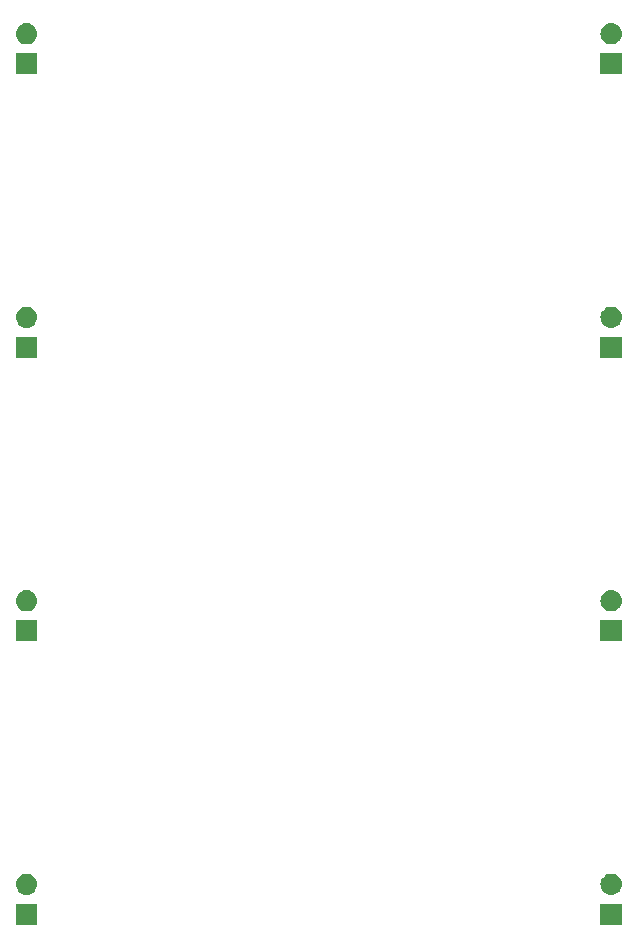
<source format=gbs>
G04 #@! TF.GenerationSoftware,KiCad,Pcbnew,5.1.4*
G04 #@! TF.CreationDate,2019-11-06T22:36:36+09:00*
G04 #@! TF.ProjectId,computerScienceExperience2,636f6d70-7574-4657-9253-6369656e6365,rev?*
G04 #@! TF.SameCoordinates,Original*
G04 #@! TF.FileFunction,Soldermask,Bot*
G04 #@! TF.FilePolarity,Negative*
%FSLAX46Y46*%
G04 Gerber Fmt 4.6, Leading zero omitted, Abs format (unit mm)*
G04 Created by KiCad (PCBNEW 5.1.4) date 2019-11-06 22:36:36*
%MOMM*%
%LPD*%
G04 APERTURE LIST*
%ADD10C,0.100000*%
G04 APERTURE END LIST*
D10*
G36*
X105401000Y-135901000D02*
G01*
X103599000Y-135901000D01*
X103599000Y-134099000D01*
X105401000Y-134099000D01*
X105401000Y-135901000D01*
X105401000Y-135901000D01*
G37*
G36*
X154901000Y-135901000D02*
G01*
X153099000Y-135901000D01*
X153099000Y-134099000D01*
X154901000Y-134099000D01*
X154901000Y-135901000D01*
X154901000Y-135901000D01*
G37*
G36*
X104610443Y-131565519D02*
G01*
X104676627Y-131572037D01*
X104846466Y-131623557D01*
X105002991Y-131707222D01*
X105038729Y-131736552D01*
X105140186Y-131819814D01*
X105223448Y-131921271D01*
X105252778Y-131957009D01*
X105336443Y-132113534D01*
X105387963Y-132283373D01*
X105405359Y-132460000D01*
X105387963Y-132636627D01*
X105336443Y-132806466D01*
X105252778Y-132962991D01*
X105223448Y-132998729D01*
X105140186Y-133100186D01*
X105038729Y-133183448D01*
X105002991Y-133212778D01*
X104846466Y-133296443D01*
X104676627Y-133347963D01*
X104610443Y-133354481D01*
X104544260Y-133361000D01*
X104455740Y-133361000D01*
X104389557Y-133354481D01*
X104323373Y-133347963D01*
X104153534Y-133296443D01*
X103997009Y-133212778D01*
X103961271Y-133183448D01*
X103859814Y-133100186D01*
X103776552Y-132998729D01*
X103747222Y-132962991D01*
X103663557Y-132806466D01*
X103612037Y-132636627D01*
X103594641Y-132460000D01*
X103612037Y-132283373D01*
X103663557Y-132113534D01*
X103747222Y-131957009D01*
X103776552Y-131921271D01*
X103859814Y-131819814D01*
X103961271Y-131736552D01*
X103997009Y-131707222D01*
X104153534Y-131623557D01*
X104323373Y-131572037D01*
X104389557Y-131565519D01*
X104455740Y-131559000D01*
X104544260Y-131559000D01*
X104610443Y-131565519D01*
X104610443Y-131565519D01*
G37*
G36*
X154110443Y-131565519D02*
G01*
X154176627Y-131572037D01*
X154346466Y-131623557D01*
X154502991Y-131707222D01*
X154538729Y-131736552D01*
X154640186Y-131819814D01*
X154723448Y-131921271D01*
X154752778Y-131957009D01*
X154836443Y-132113534D01*
X154887963Y-132283373D01*
X154905359Y-132460000D01*
X154887963Y-132636627D01*
X154836443Y-132806466D01*
X154752778Y-132962991D01*
X154723448Y-132998729D01*
X154640186Y-133100186D01*
X154538729Y-133183448D01*
X154502991Y-133212778D01*
X154346466Y-133296443D01*
X154176627Y-133347963D01*
X154110443Y-133354481D01*
X154044260Y-133361000D01*
X153955740Y-133361000D01*
X153889557Y-133354481D01*
X153823373Y-133347963D01*
X153653534Y-133296443D01*
X153497009Y-133212778D01*
X153461271Y-133183448D01*
X153359814Y-133100186D01*
X153276552Y-132998729D01*
X153247222Y-132962991D01*
X153163557Y-132806466D01*
X153112037Y-132636627D01*
X153094641Y-132460000D01*
X153112037Y-132283373D01*
X153163557Y-132113534D01*
X153247222Y-131957009D01*
X153276552Y-131921271D01*
X153359814Y-131819814D01*
X153461271Y-131736552D01*
X153497009Y-131707222D01*
X153653534Y-131623557D01*
X153823373Y-131572037D01*
X153889557Y-131565519D01*
X153955740Y-131559000D01*
X154044260Y-131559000D01*
X154110443Y-131565519D01*
X154110443Y-131565519D01*
G37*
G36*
X105401000Y-111901000D02*
G01*
X103599000Y-111901000D01*
X103599000Y-110099000D01*
X105401000Y-110099000D01*
X105401000Y-111901000D01*
X105401000Y-111901000D01*
G37*
G36*
X154901000Y-111901000D02*
G01*
X153099000Y-111901000D01*
X153099000Y-110099000D01*
X154901000Y-110099000D01*
X154901000Y-111901000D01*
X154901000Y-111901000D01*
G37*
G36*
X104610443Y-107565519D02*
G01*
X104676627Y-107572037D01*
X104846466Y-107623557D01*
X105002991Y-107707222D01*
X105038729Y-107736552D01*
X105140186Y-107819814D01*
X105223448Y-107921271D01*
X105252778Y-107957009D01*
X105336443Y-108113534D01*
X105387963Y-108283373D01*
X105405359Y-108460000D01*
X105387963Y-108636627D01*
X105336443Y-108806466D01*
X105252778Y-108962991D01*
X105223448Y-108998729D01*
X105140186Y-109100186D01*
X105038729Y-109183448D01*
X105002991Y-109212778D01*
X104846466Y-109296443D01*
X104676627Y-109347963D01*
X104610443Y-109354481D01*
X104544260Y-109361000D01*
X104455740Y-109361000D01*
X104389557Y-109354481D01*
X104323373Y-109347963D01*
X104153534Y-109296443D01*
X103997009Y-109212778D01*
X103961271Y-109183448D01*
X103859814Y-109100186D01*
X103776552Y-108998729D01*
X103747222Y-108962991D01*
X103663557Y-108806466D01*
X103612037Y-108636627D01*
X103594641Y-108460000D01*
X103612037Y-108283373D01*
X103663557Y-108113534D01*
X103747222Y-107957009D01*
X103776552Y-107921271D01*
X103859814Y-107819814D01*
X103961271Y-107736552D01*
X103997009Y-107707222D01*
X104153534Y-107623557D01*
X104323373Y-107572037D01*
X104389557Y-107565519D01*
X104455740Y-107559000D01*
X104544260Y-107559000D01*
X104610443Y-107565519D01*
X104610443Y-107565519D01*
G37*
G36*
X154110443Y-107565519D02*
G01*
X154176627Y-107572037D01*
X154346466Y-107623557D01*
X154502991Y-107707222D01*
X154538729Y-107736552D01*
X154640186Y-107819814D01*
X154723448Y-107921271D01*
X154752778Y-107957009D01*
X154836443Y-108113534D01*
X154887963Y-108283373D01*
X154905359Y-108460000D01*
X154887963Y-108636627D01*
X154836443Y-108806466D01*
X154752778Y-108962991D01*
X154723448Y-108998729D01*
X154640186Y-109100186D01*
X154538729Y-109183448D01*
X154502991Y-109212778D01*
X154346466Y-109296443D01*
X154176627Y-109347963D01*
X154110443Y-109354481D01*
X154044260Y-109361000D01*
X153955740Y-109361000D01*
X153889557Y-109354481D01*
X153823373Y-109347963D01*
X153653534Y-109296443D01*
X153497009Y-109212778D01*
X153461271Y-109183448D01*
X153359814Y-109100186D01*
X153276552Y-108998729D01*
X153247222Y-108962991D01*
X153163557Y-108806466D01*
X153112037Y-108636627D01*
X153094641Y-108460000D01*
X153112037Y-108283373D01*
X153163557Y-108113534D01*
X153247222Y-107957009D01*
X153276552Y-107921271D01*
X153359814Y-107819814D01*
X153461271Y-107736552D01*
X153497009Y-107707222D01*
X153653534Y-107623557D01*
X153823373Y-107572037D01*
X153889557Y-107565519D01*
X153955740Y-107559000D01*
X154044260Y-107559000D01*
X154110443Y-107565519D01*
X154110443Y-107565519D01*
G37*
G36*
X105401000Y-87901000D02*
G01*
X103599000Y-87901000D01*
X103599000Y-86099000D01*
X105401000Y-86099000D01*
X105401000Y-87901000D01*
X105401000Y-87901000D01*
G37*
G36*
X154901000Y-87901000D02*
G01*
X153099000Y-87901000D01*
X153099000Y-86099000D01*
X154901000Y-86099000D01*
X154901000Y-87901000D01*
X154901000Y-87901000D01*
G37*
G36*
X104610442Y-83565518D02*
G01*
X104676627Y-83572037D01*
X104846466Y-83623557D01*
X105002991Y-83707222D01*
X105038729Y-83736552D01*
X105140186Y-83819814D01*
X105223448Y-83921271D01*
X105252778Y-83957009D01*
X105336443Y-84113534D01*
X105387963Y-84283373D01*
X105405359Y-84460000D01*
X105387963Y-84636627D01*
X105336443Y-84806466D01*
X105252778Y-84962991D01*
X105223448Y-84998729D01*
X105140186Y-85100186D01*
X105038729Y-85183448D01*
X105002991Y-85212778D01*
X104846466Y-85296443D01*
X104676627Y-85347963D01*
X104610442Y-85354482D01*
X104544260Y-85361000D01*
X104455740Y-85361000D01*
X104389558Y-85354482D01*
X104323373Y-85347963D01*
X104153534Y-85296443D01*
X103997009Y-85212778D01*
X103961271Y-85183448D01*
X103859814Y-85100186D01*
X103776552Y-84998729D01*
X103747222Y-84962991D01*
X103663557Y-84806466D01*
X103612037Y-84636627D01*
X103594641Y-84460000D01*
X103612037Y-84283373D01*
X103663557Y-84113534D01*
X103747222Y-83957009D01*
X103776552Y-83921271D01*
X103859814Y-83819814D01*
X103961271Y-83736552D01*
X103997009Y-83707222D01*
X104153534Y-83623557D01*
X104323373Y-83572037D01*
X104389558Y-83565518D01*
X104455740Y-83559000D01*
X104544260Y-83559000D01*
X104610442Y-83565518D01*
X104610442Y-83565518D01*
G37*
G36*
X154110442Y-83565518D02*
G01*
X154176627Y-83572037D01*
X154346466Y-83623557D01*
X154502991Y-83707222D01*
X154538729Y-83736552D01*
X154640186Y-83819814D01*
X154723448Y-83921271D01*
X154752778Y-83957009D01*
X154836443Y-84113534D01*
X154887963Y-84283373D01*
X154905359Y-84460000D01*
X154887963Y-84636627D01*
X154836443Y-84806466D01*
X154752778Y-84962991D01*
X154723448Y-84998729D01*
X154640186Y-85100186D01*
X154538729Y-85183448D01*
X154502991Y-85212778D01*
X154346466Y-85296443D01*
X154176627Y-85347963D01*
X154110442Y-85354482D01*
X154044260Y-85361000D01*
X153955740Y-85361000D01*
X153889558Y-85354482D01*
X153823373Y-85347963D01*
X153653534Y-85296443D01*
X153497009Y-85212778D01*
X153461271Y-85183448D01*
X153359814Y-85100186D01*
X153276552Y-84998729D01*
X153247222Y-84962991D01*
X153163557Y-84806466D01*
X153112037Y-84636627D01*
X153094641Y-84460000D01*
X153112037Y-84283373D01*
X153163557Y-84113534D01*
X153247222Y-83957009D01*
X153276552Y-83921271D01*
X153359814Y-83819814D01*
X153461271Y-83736552D01*
X153497009Y-83707222D01*
X153653534Y-83623557D01*
X153823373Y-83572037D01*
X153889558Y-83565518D01*
X153955740Y-83559000D01*
X154044260Y-83559000D01*
X154110442Y-83565518D01*
X154110442Y-83565518D01*
G37*
G36*
X105401000Y-63901000D02*
G01*
X103599000Y-63901000D01*
X103599000Y-62099000D01*
X105401000Y-62099000D01*
X105401000Y-63901000D01*
X105401000Y-63901000D01*
G37*
G36*
X154901000Y-63901000D02*
G01*
X153099000Y-63901000D01*
X153099000Y-62099000D01*
X154901000Y-62099000D01*
X154901000Y-63901000D01*
X154901000Y-63901000D01*
G37*
G36*
X104610442Y-59565518D02*
G01*
X104676627Y-59572037D01*
X104846466Y-59623557D01*
X105002991Y-59707222D01*
X105038729Y-59736552D01*
X105140186Y-59819814D01*
X105223448Y-59921271D01*
X105252778Y-59957009D01*
X105336443Y-60113534D01*
X105387963Y-60283373D01*
X105405359Y-60460000D01*
X105387963Y-60636627D01*
X105336443Y-60806466D01*
X105252778Y-60962991D01*
X105223448Y-60998729D01*
X105140186Y-61100186D01*
X105038729Y-61183448D01*
X105002991Y-61212778D01*
X104846466Y-61296443D01*
X104676627Y-61347963D01*
X104610442Y-61354482D01*
X104544260Y-61361000D01*
X104455740Y-61361000D01*
X104389558Y-61354482D01*
X104323373Y-61347963D01*
X104153534Y-61296443D01*
X103997009Y-61212778D01*
X103961271Y-61183448D01*
X103859814Y-61100186D01*
X103776552Y-60998729D01*
X103747222Y-60962991D01*
X103663557Y-60806466D01*
X103612037Y-60636627D01*
X103594641Y-60460000D01*
X103612037Y-60283373D01*
X103663557Y-60113534D01*
X103747222Y-59957009D01*
X103776552Y-59921271D01*
X103859814Y-59819814D01*
X103961271Y-59736552D01*
X103997009Y-59707222D01*
X104153534Y-59623557D01*
X104323373Y-59572037D01*
X104389558Y-59565518D01*
X104455740Y-59559000D01*
X104544260Y-59559000D01*
X104610442Y-59565518D01*
X104610442Y-59565518D01*
G37*
G36*
X154110442Y-59565518D02*
G01*
X154176627Y-59572037D01*
X154346466Y-59623557D01*
X154502991Y-59707222D01*
X154538729Y-59736552D01*
X154640186Y-59819814D01*
X154723448Y-59921271D01*
X154752778Y-59957009D01*
X154836443Y-60113534D01*
X154887963Y-60283373D01*
X154905359Y-60460000D01*
X154887963Y-60636627D01*
X154836443Y-60806466D01*
X154752778Y-60962991D01*
X154723448Y-60998729D01*
X154640186Y-61100186D01*
X154538729Y-61183448D01*
X154502991Y-61212778D01*
X154346466Y-61296443D01*
X154176627Y-61347963D01*
X154110442Y-61354482D01*
X154044260Y-61361000D01*
X153955740Y-61361000D01*
X153889558Y-61354482D01*
X153823373Y-61347963D01*
X153653534Y-61296443D01*
X153497009Y-61212778D01*
X153461271Y-61183448D01*
X153359814Y-61100186D01*
X153276552Y-60998729D01*
X153247222Y-60962991D01*
X153163557Y-60806466D01*
X153112037Y-60636627D01*
X153094641Y-60460000D01*
X153112037Y-60283373D01*
X153163557Y-60113534D01*
X153247222Y-59957009D01*
X153276552Y-59921271D01*
X153359814Y-59819814D01*
X153461271Y-59736552D01*
X153497009Y-59707222D01*
X153653534Y-59623557D01*
X153823373Y-59572037D01*
X153889558Y-59565518D01*
X153955740Y-59559000D01*
X154044260Y-59559000D01*
X154110442Y-59565518D01*
X154110442Y-59565518D01*
G37*
M02*

</source>
